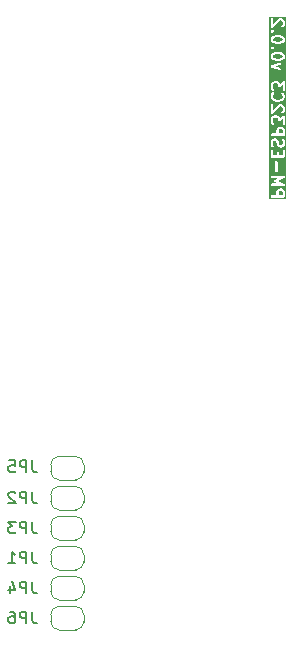
<source format=gbr>
%TF.GenerationSoftware,KiCad,Pcbnew,8.0.3-8.0.3-0~ubuntu22.04.1*%
%TF.CreationDate,2024-10-22T15:42:06+03:00*%
%TF.ProjectId,PM-ESPC3,504d2d45-5350-4433-932e-6b696361645f,rev?*%
%TF.SameCoordinates,Original*%
%TF.FileFunction,Legend,Bot*%
%TF.FilePolarity,Positive*%
%FSLAX46Y46*%
G04 Gerber Fmt 4.6, Leading zero omitted, Abs format (unit mm)*
G04 Created by KiCad (PCBNEW 8.0.3-8.0.3-0~ubuntu22.04.1) date 2024-10-22 15:42:06*
%MOMM*%
%LPD*%
G01*
G04 APERTURE LIST*
G04 Aperture macros list*
%AMFreePoly0*
4,1,19,0.500000,-0.750000,0.000000,-0.750000,0.000000,-0.744911,-0.071157,-0.744911,-0.207708,-0.704816,-0.327430,-0.627875,-0.420627,-0.520320,-0.479746,-0.390866,-0.500000,-0.250000,-0.500000,0.250000,-0.479746,0.390866,-0.420627,0.520320,-0.327430,0.627875,-0.207708,0.704816,-0.071157,0.744911,0.000000,0.744911,0.000000,0.750000,0.500000,0.750000,0.500000,-0.750000,0.500000,-0.750000,
$1*%
%AMFreePoly1*
4,1,19,0.000000,0.744911,0.071157,0.744911,0.207708,0.704816,0.327430,0.627875,0.420627,0.520320,0.479746,0.390866,0.500000,0.250000,0.500000,-0.250000,0.479746,-0.390866,0.420627,-0.520320,0.327430,-0.627875,0.207708,-0.704816,0.071157,-0.744911,0.000000,-0.744911,0.000000,-0.750000,-0.500000,-0.750000,-0.500000,0.750000,0.000000,0.750000,0.000000,0.744911,0.000000,0.744911,
$1*%
G04 Aperture macros list end*
%ADD10C,0.200000*%
%ADD11C,0.150000*%
%ADD12C,0.120000*%
%ADD13R,1.500000X1.500000*%
%ADD14C,1.500000*%
%ADD15O,1.000000X1.700000*%
%ADD16C,2.200000*%
%ADD17C,3.200000*%
%ADD18C,1.650000*%
%ADD19C,1.000000*%
%ADD20C,1.700000*%
%ADD21C,2.500000*%
%ADD22C,2.400000*%
%ADD23FreePoly0,180.000000*%
%ADD24FreePoly1,180.000000*%
G04 APERTURE END LIST*
D10*
G36*
X13091138Y5668005D02*
G01*
X13116915Y5643343D01*
X13147881Y5583704D01*
X13149128Y5323626D01*
X12823495Y5323012D01*
X12822269Y5578451D01*
X12851205Y5638598D01*
X12875867Y5664375D01*
X12935798Y5695492D01*
X13031645Y5696626D01*
X13091138Y5668005D01*
G37*
G36*
X13091138Y10906100D02*
G01*
X13116915Y10881438D01*
X13147881Y10821799D01*
X13149128Y10561721D01*
X12823495Y10561107D01*
X12822269Y10816546D01*
X12851205Y10876693D01*
X12875867Y10902470D01*
X12935798Y10933587D01*
X13031645Y10934721D01*
X13091138Y10906100D01*
G37*
G36*
X13016117Y17227906D02*
G01*
X13091138Y17191815D01*
X13116915Y17167153D01*
X13148140Y17107014D01*
X13148952Y17058549D01*
X13120544Y16999499D01*
X13095886Y16973726D01*
X13028326Y16938648D01*
X12860867Y16895196D01*
X12647376Y16893604D01*
X12479443Y16934003D01*
X12404420Y16970095D01*
X12378644Y16994755D01*
X12347419Y17054895D01*
X12346607Y17103360D01*
X12375014Y17162407D01*
X12399677Y17188185D01*
X12467232Y17223261D01*
X12634693Y17266713D01*
X12848183Y17268305D01*
X13016117Y17227906D01*
G37*
G36*
X13016117Y18656477D02*
G01*
X13091138Y18620386D01*
X13116915Y18595724D01*
X13148140Y18535585D01*
X13148952Y18487120D01*
X13120544Y18428070D01*
X13095886Y18402297D01*
X13028326Y18367219D01*
X12860867Y18323767D01*
X12647376Y18322175D01*
X12479443Y18362574D01*
X12404420Y18398666D01*
X12378644Y18423326D01*
X12347419Y18483466D01*
X12346607Y18531931D01*
X12375014Y18590978D01*
X12399677Y18616756D01*
X12467232Y18651832D01*
X12634693Y18695284D01*
X12848183Y18696876D01*
X13016117Y18656477D01*
G37*
G36*
X13458891Y5012700D02*
G01*
X12036669Y5012700D01*
X12036669Y5243320D01*
X12149701Y5243320D01*
X12149701Y5204302D01*
X12164633Y5168254D01*
X12192223Y5140664D01*
X12228271Y5125732D01*
X12247780Y5123811D01*
X13267289Y5125732D01*
X13303337Y5140664D01*
X13330927Y5168254D01*
X13345859Y5204302D01*
X13347780Y5223811D01*
X13346026Y5589351D01*
X13346995Y5592256D01*
X13345941Y5607081D01*
X13345859Y5624272D01*
X13344483Y5627593D01*
X13344229Y5631176D01*
X13337223Y5649485D01*
X13287880Y5744519D01*
X13283308Y5755559D01*
X13280152Y5759405D01*
X13279161Y5761313D01*
X13277163Y5763046D01*
X13270871Y5770712D01*
X13220770Y5818644D01*
X13213853Y5826620D01*
X13209703Y5829233D01*
X13208099Y5830767D01*
X13205659Y5831778D01*
X13197263Y5837063D01*
X13114245Y5877002D01*
X13112861Y5878386D01*
X13102111Y5882839D01*
X13083717Y5891688D01*
X13080133Y5891943D01*
X13076813Y5893318D01*
X13057304Y5895239D01*
X12929147Y5893723D01*
X12926954Y5894454D01*
X12914171Y5893546D01*
X12894938Y5893318D01*
X12891617Y5891943D01*
X12888034Y5891688D01*
X12869725Y5884682D01*
X12774691Y5835340D01*
X12763651Y5830767D01*
X12759805Y5827612D01*
X12757897Y5826620D01*
X12756164Y5824623D01*
X12748498Y5818330D01*
X12700566Y5768230D01*
X12692590Y5761312D01*
X12689977Y5757163D01*
X12688443Y5755558D01*
X12687432Y5753119D01*
X12682147Y5744722D01*
X12642208Y5661705D01*
X12640824Y5660320D01*
X12636371Y5649571D01*
X12627522Y5631176D01*
X12627267Y5627593D01*
X12625892Y5624272D01*
X12623971Y5604763D01*
X12625324Y5322639D01*
X12228271Y5321890D01*
X12192223Y5306958D01*
X12164633Y5279368D01*
X12149701Y5243320D01*
X12036669Y5243320D01*
X12036669Y6909986D01*
X12149701Y6909986D01*
X12149701Y6870968D01*
X12164633Y6834920D01*
X12192223Y6807330D01*
X12228271Y6792398D01*
X12247780Y6790477D01*
X12801769Y6791521D01*
X12495331Y6647629D01*
X12481643Y6642650D01*
X12478393Y6639675D01*
X12474340Y6637771D01*
X12464076Y6626563D01*
X12452868Y6616299D01*
X12450988Y6612272D01*
X12447989Y6608996D01*
X12442797Y6594720D01*
X12436367Y6580941D01*
X12436171Y6576501D01*
X12434654Y6572327D01*
X12435321Y6557144D01*
X12434654Y6541961D01*
X12436171Y6537788D01*
X12436367Y6533347D01*
X12442797Y6519569D01*
X12447989Y6505292D01*
X12450988Y6502017D01*
X12452868Y6497989D01*
X12464076Y6487726D01*
X12474340Y6476517D01*
X12479933Y6473204D01*
X12481643Y6471638D01*
X12484060Y6470759D01*
X12491206Y6466526D01*
X12800747Y6322969D01*
X12228271Y6321890D01*
X12192223Y6306958D01*
X12164633Y6279368D01*
X12149701Y6243320D01*
X12149701Y6204302D01*
X12164633Y6168254D01*
X12192223Y6140664D01*
X12228271Y6125732D01*
X12247780Y6123811D01*
X13246514Y6125693D01*
X13262963Y6124970D01*
X13265046Y6125728D01*
X13267289Y6125732D01*
X13283319Y6132373D01*
X13299632Y6138304D01*
X13301277Y6139811D01*
X13303337Y6140664D01*
X13315598Y6152926D01*
X13328408Y6164656D01*
X13329352Y6166680D01*
X13330927Y6168254D01*
X13337561Y6184270D01*
X13344908Y6200013D01*
X13345005Y6202243D01*
X13345859Y6204302D01*
X13345859Y6221654D01*
X13346621Y6238994D01*
X13345859Y6241090D01*
X13345859Y6243320D01*
X13339218Y6259351D01*
X13333287Y6275663D01*
X13331780Y6277309D01*
X13330927Y6279368D01*
X13318659Y6291636D01*
X13306935Y6304438D01*
X13304290Y6306005D01*
X13303337Y6306958D01*
X13301155Y6307862D01*
X13290069Y6314429D01*
X12767750Y6556667D01*
X13288330Y6801114D01*
X13303337Y6807330D01*
X13304902Y6808896D01*
X13306935Y6809850D01*
X13318659Y6822653D01*
X13330927Y6834920D01*
X13331780Y6836980D01*
X13333287Y6838625D01*
X13339218Y6854938D01*
X13345859Y6870968D01*
X13345859Y6873199D01*
X13346621Y6875294D01*
X13345859Y6892635D01*
X13345859Y6909986D01*
X13345005Y6912046D01*
X13344908Y6914275D01*
X13337561Y6930019D01*
X13330927Y6946034D01*
X13329352Y6947609D01*
X13328408Y6949632D01*
X13315598Y6961363D01*
X13303337Y6973624D01*
X13301277Y6974478D01*
X13299632Y6975984D01*
X13283319Y6981916D01*
X13267289Y6988556D01*
X13264230Y6988858D01*
X13262963Y6989318D01*
X13260603Y6989215D01*
X13247780Y6990477D01*
X12228271Y6988556D01*
X12192223Y6973624D01*
X12164633Y6946034D01*
X12149701Y6909986D01*
X12036669Y6909986D01*
X12036669Y8128572D01*
X12528733Y8128572D01*
X12530654Y7347159D01*
X12545586Y7311111D01*
X12573176Y7283521D01*
X12609224Y7268589D01*
X12648242Y7268589D01*
X12684290Y7283521D01*
X12711880Y7311111D01*
X12726812Y7347159D01*
X12728733Y7366668D01*
X12726812Y8148081D01*
X12711880Y8184129D01*
X12684290Y8211719D01*
X12648242Y8226651D01*
X12609224Y8226651D01*
X12573176Y8211719D01*
X12545586Y8184129D01*
X12530654Y8148081D01*
X12528733Y8128572D01*
X12036669Y8128572D01*
X12036669Y9080953D01*
X12147780Y9080953D01*
X12149701Y8585254D01*
X12164633Y8549206D01*
X12192223Y8521616D01*
X12228271Y8506684D01*
X12247780Y8504763D01*
X13267289Y8506684D01*
X13303337Y8521616D01*
X13330927Y8549206D01*
X13345859Y8585254D01*
X13347780Y8604763D01*
X13345859Y9100462D01*
X13330927Y9136510D01*
X13303337Y9164100D01*
X13267289Y9179032D01*
X13228271Y9179032D01*
X13192223Y9164100D01*
X13164633Y9136510D01*
X13149701Y9100462D01*
X13147780Y9080953D01*
X13149238Y8704578D01*
X12871049Y8704054D01*
X12869669Y8957605D01*
X12854737Y8993653D01*
X12827147Y9021243D01*
X12791099Y9036175D01*
X12752081Y9036175D01*
X12716033Y9021243D01*
X12688443Y8993653D01*
X12673511Y8957605D01*
X12671590Y8938096D01*
X12672866Y8703680D01*
X12347399Y8703067D01*
X12345859Y9100462D01*
X12330927Y9136510D01*
X12303337Y9164100D01*
X12267289Y9179032D01*
X12228271Y9179032D01*
X12192223Y9164100D01*
X12164633Y9136510D01*
X12149701Y9100462D01*
X12147780Y9080953D01*
X12036669Y9080953D01*
X12036669Y9842858D01*
X12147780Y9842858D01*
X12149545Y9606057D01*
X12148565Y9592255D01*
X12149685Y9587328D01*
X12149701Y9585254D01*
X12150712Y9582813D01*
X12152912Y9573140D01*
X12208524Y9412382D01*
X12234089Y9382906D01*
X12268988Y9365457D01*
X12307908Y9362691D01*
X12344924Y9375030D01*
X12374400Y9400595D01*
X12391849Y9435494D01*
X12394615Y9474414D01*
X12390268Y9493529D01*
X12347691Y9616605D01*
X12346198Y9816796D01*
X12375014Y9876692D01*
X12399677Y9902470D01*
X12459816Y9933695D01*
X12508281Y9934507D01*
X12567329Y9906100D01*
X12593106Y9881438D01*
X12628182Y9813883D01*
X12674461Y9635525D01*
X12675141Y9625969D01*
X12680732Y9611357D01*
X12681171Y9609668D01*
X12681601Y9609088D01*
X12682147Y9607661D01*
X12731487Y9512632D01*
X12736062Y9501587D01*
X12739218Y9497741D01*
X12740209Y9495833D01*
X12742203Y9494104D01*
X12748498Y9486433D01*
X12798600Y9438500D01*
X12805516Y9430525D01*
X12809665Y9427914D01*
X12811270Y9426378D01*
X12813710Y9425368D01*
X12822107Y9420082D01*
X12905124Y9380144D01*
X12906509Y9378759D01*
X12917258Y9374307D01*
X12935653Y9365457D01*
X12939236Y9365203D01*
X12942557Y9363827D01*
X12962066Y9361906D01*
X13043083Y9363263D01*
X13044797Y9362691D01*
X13055841Y9363476D01*
X13076813Y9363827D01*
X13080133Y9365203D01*
X13083717Y9365457D01*
X13102025Y9372463D01*
X13197054Y9421804D01*
X13208099Y9426378D01*
X13211945Y9429535D01*
X13213853Y9430525D01*
X13215582Y9432520D01*
X13223253Y9438814D01*
X13271186Y9488917D01*
X13279161Y9495832D01*
X13281772Y9499982D01*
X13283308Y9501586D01*
X13284318Y9504027D01*
X13289604Y9512423D01*
X13329542Y9595441D01*
X13330927Y9596825D01*
X13335379Y9607575D01*
X13344229Y9625969D01*
X13344483Y9629553D01*
X13345859Y9632873D01*
X13347780Y9652382D01*
X13346014Y9889184D01*
X13346995Y9902985D01*
X13345874Y9907913D01*
X13345859Y9909986D01*
X13344847Y9912428D01*
X13342648Y9922100D01*
X13287038Y10082857D01*
X13261473Y10112333D01*
X13226574Y10129783D01*
X13187654Y10132549D01*
X13150638Y10120211D01*
X13121162Y10094646D01*
X13103712Y10059747D01*
X13100946Y10020827D01*
X13105293Y10001711D01*
X13147868Y9878635D01*
X13149361Y9678446D01*
X13120544Y9618546D01*
X13095886Y9592773D01*
X13035743Y9561546D01*
X12987279Y9560734D01*
X12928229Y9589142D01*
X12902456Y9613800D01*
X12867378Y9681360D01*
X12821099Y9859716D01*
X12820420Y9869271D01*
X12814827Y9883887D01*
X12814390Y9885572D01*
X12813960Y9886152D01*
X12813414Y9887580D01*
X12764071Y9982614D01*
X12759499Y9993654D01*
X12756343Y9997500D01*
X12755352Y9999408D01*
X12753354Y10001141D01*
X12747062Y10008807D01*
X12696961Y10056739D01*
X12690044Y10064715D01*
X12685894Y10067328D01*
X12684290Y10068862D01*
X12681850Y10069873D01*
X12673454Y10075158D01*
X12590436Y10115097D01*
X12589052Y10116481D01*
X12578302Y10120934D01*
X12559908Y10129783D01*
X12556324Y10130038D01*
X12553004Y10131413D01*
X12533495Y10133334D01*
X12452477Y10131978D01*
X12450764Y10132549D01*
X12439719Y10131765D01*
X12418748Y10131413D01*
X12415427Y10130038D01*
X12411844Y10129783D01*
X12393535Y10122777D01*
X12298501Y10073435D01*
X12287461Y10068862D01*
X12283615Y10065707D01*
X12281707Y10064715D01*
X12279974Y10062718D01*
X12272308Y10056425D01*
X12224380Y10006330D01*
X12216401Y9999409D01*
X12213787Y9995258D01*
X12212253Y9993653D01*
X12211242Y9991214D01*
X12205958Y9982818D01*
X12166018Y9899801D01*
X12164633Y9898415D01*
X12160181Y9887669D01*
X12151331Y9869272D01*
X12151076Y9865687D01*
X12149701Y9862367D01*
X12147780Y9842858D01*
X12036669Y9842858D01*
X12036669Y10481415D01*
X12149701Y10481415D01*
X12149701Y10442397D01*
X12164633Y10406349D01*
X12192223Y10378759D01*
X12228271Y10363827D01*
X12247780Y10361906D01*
X13267289Y10363827D01*
X13303337Y10378759D01*
X13330927Y10406349D01*
X13345859Y10442397D01*
X13347780Y10461906D01*
X13346026Y10827446D01*
X13346995Y10830351D01*
X13345941Y10845176D01*
X13345859Y10862367D01*
X13344483Y10865688D01*
X13344229Y10869271D01*
X13337223Y10887580D01*
X13287880Y10982614D01*
X13283308Y10993654D01*
X13280152Y10997500D01*
X13279161Y10999408D01*
X13277163Y11001141D01*
X13270871Y11008807D01*
X13220770Y11056739D01*
X13213853Y11064715D01*
X13209703Y11067328D01*
X13208099Y11068862D01*
X13205659Y11069873D01*
X13197263Y11075158D01*
X13114245Y11115097D01*
X13112861Y11116481D01*
X13102111Y11120934D01*
X13083717Y11129783D01*
X13080133Y11130038D01*
X13076813Y11131413D01*
X13057304Y11133334D01*
X12929147Y11131818D01*
X12926954Y11132549D01*
X12914171Y11131641D01*
X12894938Y11131413D01*
X12891617Y11130038D01*
X12888034Y11129783D01*
X12869725Y11122777D01*
X12774691Y11073435D01*
X12763651Y11068862D01*
X12759805Y11065707D01*
X12757897Y11064715D01*
X12756164Y11062718D01*
X12748498Y11056425D01*
X12700566Y11006325D01*
X12692590Y10999407D01*
X12689977Y10995258D01*
X12688443Y10993653D01*
X12687432Y10991214D01*
X12682147Y10982817D01*
X12642208Y10899800D01*
X12640824Y10898415D01*
X12636371Y10887666D01*
X12627522Y10869271D01*
X12627267Y10865688D01*
X12625892Y10862367D01*
X12623971Y10842858D01*
X12625324Y10560734D01*
X12228271Y10559985D01*
X12192223Y10545053D01*
X12164633Y10517463D01*
X12149701Y10481415D01*
X12036669Y10481415D01*
X12036669Y11795239D01*
X12147780Y11795239D01*
X12149482Y11524783D01*
X12148565Y11522031D01*
X12149590Y11507605D01*
X12149701Y11490016D01*
X12151076Y11486697D01*
X12151331Y11483111D01*
X12158338Y11464803D01*
X12207678Y11369774D01*
X12212253Y11358730D01*
X12215409Y11354884D01*
X12216401Y11352974D01*
X12218397Y11351243D01*
X12224689Y11343576D01*
X12287461Y11283521D01*
X12323510Y11268590D01*
X12362528Y11268590D01*
X12398576Y11283521D01*
X12426166Y11311111D01*
X12441097Y11347159D01*
X12441097Y11386177D01*
X12426166Y11422226D01*
X12413729Y11437379D01*
X12378644Y11470945D01*
X12347647Y11530646D01*
X12346146Y11769068D01*
X12375014Y11829073D01*
X12399677Y11854851D01*
X12459425Y11885873D01*
X12650288Y11887297D01*
X12710186Y11858481D01*
X12735963Y11833819D01*
X12767080Y11773888D01*
X12768520Y11652211D01*
X12767669Y11639440D01*
X12768707Y11636369D01*
X12768749Y11632873D01*
X12774964Y11617868D01*
X12780169Y11602479D01*
X12782390Y11599940D01*
X12783681Y11596825D01*
X12795165Y11585341D01*
X12805863Y11573115D01*
X12808886Y11571620D01*
X12811271Y11569235D01*
X12826277Y11563019D01*
X12840838Y11555818D01*
X12844203Y11555594D01*
X12847319Y11554303D01*
X12863567Y11554303D01*
X12879770Y11553223D01*
X12882963Y11554303D01*
X12886337Y11554303D01*
X12901342Y11560519D01*
X12916731Y11565723D01*
X12920621Y11568505D01*
X12922385Y11569235D01*
X12924244Y11571095D01*
X12932678Y11577124D01*
X13148437Y11767310D01*
X13149701Y11347159D01*
X13164633Y11311111D01*
X13192223Y11283521D01*
X13228271Y11268589D01*
X13267289Y11268589D01*
X13303337Y11283521D01*
X13330927Y11311111D01*
X13345859Y11347159D01*
X13347780Y11366668D01*
X13345924Y11983438D01*
X13346939Y11998657D01*
X13345869Y12001821D01*
X13345859Y12005224D01*
X13339644Y12020228D01*
X13334439Y12035619D01*
X13332216Y12038159D01*
X13330927Y12041272D01*
X13319449Y12052750D01*
X13308745Y12064983D01*
X13305720Y12066479D01*
X13303337Y12068862D01*
X13288335Y12075077D01*
X13273770Y12082279D01*
X13270404Y12082504D01*
X13267289Y12083794D01*
X13251041Y12083794D01*
X13234838Y12084874D01*
X13231645Y12083794D01*
X13228271Y12083794D01*
X13213265Y12077579D01*
X13197877Y12072374D01*
X13193986Y12069593D01*
X13192223Y12068862D01*
X13190363Y12067003D01*
X13181930Y12060973D01*
X12948399Y11855122D01*
X12906928Y11934995D01*
X12902356Y11946035D01*
X12899200Y11949881D01*
X12898209Y11951789D01*
X12896211Y11953522D01*
X12889919Y11961188D01*
X12839818Y12009120D01*
X12832901Y12017096D01*
X12828751Y12019709D01*
X12827147Y12021243D01*
X12824707Y12022254D01*
X12816311Y12027539D01*
X12733293Y12067478D01*
X12731909Y12068862D01*
X12721159Y12073315D01*
X12702765Y12082164D01*
X12699181Y12082419D01*
X12695861Y12083794D01*
X12676352Y12085715D01*
X12453396Y12084053D01*
X12450764Y12084930D01*
X12436658Y12083928D01*
X12418748Y12083794D01*
X12415427Y12082419D01*
X12411844Y12082164D01*
X12393535Y12075158D01*
X12298501Y12025816D01*
X12287461Y12021243D01*
X12283615Y12018088D01*
X12281707Y12017096D01*
X12279974Y12015099D01*
X12272308Y12008806D01*
X12224380Y11958711D01*
X12216401Y11951790D01*
X12213787Y11947639D01*
X12212253Y11946034D01*
X12211242Y11943595D01*
X12205958Y11935199D01*
X12166018Y11852182D01*
X12164633Y11850796D01*
X12160181Y11840050D01*
X12151331Y11821653D01*
X12151076Y11818068D01*
X12149701Y11814748D01*
X12147780Y11795239D01*
X12036669Y11795239D01*
X12036669Y12938096D01*
X12147780Y12938096D01*
X12149701Y12299540D01*
X12164633Y12263492D01*
X12192223Y12235902D01*
X12228271Y12220970D01*
X12267289Y12220970D01*
X12303337Y12235902D01*
X12318491Y12248338D01*
X12869736Y12802149D01*
X12974242Y12838300D01*
X13032090Y12839269D01*
X13091138Y12810862D01*
X13116915Y12786200D01*
X13147937Y12726452D01*
X13149361Y12535589D01*
X13120544Y12475689D01*
X13069395Y12422225D01*
X13054463Y12386177D01*
X13054463Y12347159D01*
X13069395Y12311111D01*
X13096985Y12283521D01*
X13133033Y12268589D01*
X13172051Y12268589D01*
X13208099Y12283521D01*
X13223253Y12295957D01*
X13271186Y12346060D01*
X13279161Y12352975D01*
X13281772Y12357125D01*
X13283308Y12358729D01*
X13284318Y12361170D01*
X13289604Y12369566D01*
X13329542Y12452584D01*
X13330927Y12453968D01*
X13335379Y12464718D01*
X13344229Y12483112D01*
X13344483Y12486696D01*
X13345859Y12490016D01*
X13347780Y12509525D01*
X13346117Y12732481D01*
X13346995Y12735113D01*
X13345992Y12749219D01*
X13345859Y12767129D01*
X13344483Y12770450D01*
X13344229Y12774033D01*
X13337223Y12792342D01*
X13287880Y12887376D01*
X13283308Y12898416D01*
X13280152Y12902262D01*
X13279161Y12904170D01*
X13277163Y12905903D01*
X13270871Y12913569D01*
X13220770Y12961501D01*
X13213853Y12969477D01*
X13209703Y12972090D01*
X13208099Y12973624D01*
X13205659Y12974635D01*
X13197263Y12979920D01*
X13114245Y13019859D01*
X13112861Y13021243D01*
X13102111Y13025696D01*
X13083717Y13034545D01*
X13080133Y13034800D01*
X13076813Y13036175D01*
X13057304Y13038096D01*
X12961160Y13036487D01*
X12949558Y13037311D01*
X12944722Y13036212D01*
X12942557Y13036175D01*
X12940115Y13035164D01*
X12930443Y13032964D01*
X12802069Y12988556D01*
X12799700Y12988556D01*
X12787703Y12983587D01*
X12769686Y12977354D01*
X12766970Y12974999D01*
X12763652Y12973624D01*
X12748498Y12961188D01*
X12347061Y12557884D01*
X12345859Y12957605D01*
X12330927Y12993653D01*
X12303337Y13021243D01*
X12267289Y13036175D01*
X12228271Y13036175D01*
X12192223Y13021243D01*
X12164633Y12993653D01*
X12149701Y12957605D01*
X12147780Y12938096D01*
X12036669Y12938096D01*
X12036669Y13747620D01*
X12147780Y13747620D01*
X12149389Y13651477D01*
X12148565Y13639874D01*
X12149664Y13635039D01*
X12149701Y13632873D01*
X12150712Y13630432D01*
X12152912Y13620759D01*
X12197321Y13492386D01*
X12197321Y13490016D01*
X12202293Y13478013D01*
X12208524Y13460001D01*
X12210878Y13457287D01*
X12212253Y13453968D01*
X12224689Y13438814D01*
X12321073Y13344803D01*
X12329326Y13335287D01*
X12333564Y13332620D01*
X12335081Y13331140D01*
X12337518Y13330131D01*
X12345917Y13324844D01*
X12436188Y13281416D01*
X12443162Y13276249D01*
X12457796Y13271021D01*
X12459463Y13270219D01*
X12460183Y13270168D01*
X12461622Y13269654D01*
X12646934Y13225075D01*
X12656843Y13220970D01*
X12668952Y13219778D01*
X12671491Y13219167D01*
X12672949Y13219385D01*
X12676352Y13219049D01*
X12813925Y13220677D01*
X12824070Y13219167D01*
X12836048Y13220939D01*
X12838718Y13220970D01*
X12840081Y13221535D01*
X12843463Y13222035D01*
X13026542Y13269540D01*
X13036098Y13270219D01*
X13050710Y13275811D01*
X13052399Y13276249D01*
X13052979Y13276680D01*
X13054406Y13277225D01*
X13149435Y13326566D01*
X13160480Y13331140D01*
X13164326Y13334297D01*
X13166234Y13335287D01*
X13167963Y13337282D01*
X13175634Y13343576D01*
X13259462Y13429521D01*
X13261473Y13430526D01*
X13269738Y13440056D01*
X13283308Y13453968D01*
X13284682Y13457287D01*
X13287038Y13460002D01*
X13295029Y13477902D01*
X13340935Y13620987D01*
X13345859Y13632873D01*
X13346350Y13637866D01*
X13346995Y13639874D01*
X13346807Y13642509D01*
X13347780Y13652382D01*
X13346170Y13748526D01*
X13346995Y13760128D01*
X13345895Y13764964D01*
X13345859Y13767129D01*
X13344847Y13769571D01*
X13342648Y13779243D01*
X13298239Y13907621D01*
X13298239Y13909986D01*
X13293273Y13921976D01*
X13287038Y13940000D01*
X13284682Y13942716D01*
X13283308Y13946035D01*
X13270871Y13961188D01*
X13208099Y14021243D01*
X13172051Y14036175D01*
X13133033Y14036175D01*
X13096985Y14021243D01*
X13069395Y13993653D01*
X13054463Y13957605D01*
X13054463Y13918587D01*
X13069395Y13882539D01*
X13081831Y13867385D01*
X13112487Y13838056D01*
X13147983Y13735444D01*
X13149046Y13671957D01*
X13114801Y13565218D01*
X13049314Y13498078D01*
X12980707Y13462457D01*
X12813142Y13418978D01*
X12694334Y13417572D01*
X12527062Y13457812D01*
X12452392Y13493734D01*
X12383386Y13561042D01*
X12347576Y13664558D01*
X12346513Y13728045D01*
X12380901Y13835226D01*
X12426166Y13882538D01*
X12441097Y13918587D01*
X12441097Y13957605D01*
X12426166Y13993653D01*
X12398576Y14021243D01*
X12362528Y14036174D01*
X12323510Y14036174D01*
X12287461Y14021243D01*
X12272308Y14008806D01*
X12235224Y13970045D01*
X12234089Y13969477D01*
X12228342Y13962852D01*
X12212253Y13946034D01*
X12210878Y13942716D01*
X12208524Y13940001D01*
X12200532Y13922101D01*
X12154625Y13779017D01*
X12149701Y13767129D01*
X12149209Y13762137D01*
X12148565Y13760128D01*
X12148752Y13757494D01*
X12147780Y13747620D01*
X12036669Y13747620D01*
X12036669Y14700001D01*
X12147780Y14700001D01*
X12149482Y14429545D01*
X12148565Y14426793D01*
X12149590Y14412367D01*
X12149701Y14394778D01*
X12151076Y14391459D01*
X12151331Y14387873D01*
X12158338Y14369565D01*
X12207678Y14274536D01*
X12212253Y14263492D01*
X12215409Y14259646D01*
X12216401Y14257736D01*
X12218397Y14256005D01*
X12224689Y14248338D01*
X12287461Y14188283D01*
X12323510Y14173352D01*
X12362528Y14173352D01*
X12398576Y14188283D01*
X12426166Y14215873D01*
X12441097Y14251921D01*
X12441097Y14290939D01*
X12426166Y14326988D01*
X12413729Y14342141D01*
X12378644Y14375707D01*
X12347647Y14435408D01*
X12346146Y14673830D01*
X12375014Y14733835D01*
X12399677Y14759613D01*
X12459425Y14790635D01*
X12650288Y14792059D01*
X12710186Y14763243D01*
X12735963Y14738581D01*
X12767080Y14678650D01*
X12768520Y14556973D01*
X12767669Y14544202D01*
X12768707Y14541131D01*
X12768749Y14537635D01*
X12774964Y14522630D01*
X12780169Y14507241D01*
X12782390Y14504702D01*
X12783681Y14501587D01*
X12795165Y14490103D01*
X12805863Y14477877D01*
X12808886Y14476382D01*
X12811271Y14473997D01*
X12826277Y14467781D01*
X12840838Y14460580D01*
X12844203Y14460356D01*
X12847319Y14459065D01*
X12863567Y14459065D01*
X12879770Y14457985D01*
X12882963Y14459065D01*
X12886337Y14459065D01*
X12901342Y14465281D01*
X12916731Y14470485D01*
X12920621Y14473267D01*
X12922385Y14473997D01*
X12924244Y14475857D01*
X12932678Y14481886D01*
X13148437Y14672072D01*
X13149701Y14251921D01*
X13164633Y14215873D01*
X13192223Y14188283D01*
X13228271Y14173351D01*
X13267289Y14173351D01*
X13303337Y14188283D01*
X13330927Y14215873D01*
X13345859Y14251921D01*
X13347780Y14271430D01*
X13345924Y14888200D01*
X13346939Y14903419D01*
X13345869Y14906583D01*
X13345859Y14909986D01*
X13339644Y14924990D01*
X13334439Y14940381D01*
X13332216Y14942921D01*
X13330927Y14946034D01*
X13319449Y14957512D01*
X13308745Y14969745D01*
X13305720Y14971241D01*
X13303337Y14973624D01*
X13288335Y14979839D01*
X13273770Y14987041D01*
X13270404Y14987266D01*
X13267289Y14988556D01*
X13251041Y14988556D01*
X13234838Y14989636D01*
X13231645Y14988556D01*
X13228271Y14988556D01*
X13213265Y14982341D01*
X13197877Y14977136D01*
X13193986Y14974355D01*
X13192223Y14973624D01*
X13190363Y14971765D01*
X13181930Y14965735D01*
X12948399Y14759884D01*
X12906928Y14839757D01*
X12902356Y14850797D01*
X12899200Y14854643D01*
X12898209Y14856551D01*
X12896211Y14858284D01*
X12889919Y14865950D01*
X12839818Y14913882D01*
X12832901Y14921858D01*
X12828751Y14924471D01*
X12827147Y14926005D01*
X12824707Y14927016D01*
X12816311Y14932301D01*
X12733293Y14972240D01*
X12731909Y14973624D01*
X12721159Y14978077D01*
X12702765Y14986926D01*
X12699181Y14987181D01*
X12695861Y14988556D01*
X12676352Y14990477D01*
X12453396Y14988815D01*
X12450764Y14989692D01*
X12436658Y14988690D01*
X12418748Y14988556D01*
X12415427Y14987181D01*
X12411844Y14986926D01*
X12393535Y14979920D01*
X12298501Y14930578D01*
X12287461Y14926005D01*
X12283615Y14922850D01*
X12281707Y14921858D01*
X12279974Y14919861D01*
X12272308Y14913568D01*
X12224380Y14863473D01*
X12216401Y14856552D01*
X12213787Y14852401D01*
X12212253Y14850796D01*
X12211242Y14848357D01*
X12205958Y14839961D01*
X12166018Y14756944D01*
X12164633Y14755558D01*
X12160181Y14744812D01*
X12151331Y14726415D01*
X12151076Y14722830D01*
X12149701Y14719510D01*
X12147780Y14700001D01*
X12036669Y14700001D01*
X12036669Y16238426D01*
X12148853Y16238426D01*
X12149579Y16223811D01*
X12148853Y16209196D01*
X12150541Y16204468D01*
X12150791Y16199456D01*
X12157052Y16186238D01*
X12161976Y16172451D01*
X12165346Y16168729D01*
X12167494Y16164194D01*
X12178342Y16154374D01*
X12188163Y16143525D01*
X12192697Y16141378D01*
X12196420Y16138007D01*
X12214146Y16129637D01*
X12899832Y15886789D01*
X12938802Y15888727D01*
X12974064Y15905430D01*
X13000250Y15934356D01*
X13013373Y15971101D01*
X13011436Y16010071D01*
X12994732Y16045333D01*
X12965807Y16071520D01*
X12948080Y16079890D01*
X12542323Y16223597D01*
X12965807Y16376102D01*
X12994732Y16402289D01*
X13011436Y16437551D01*
X13013373Y16476521D01*
X13000250Y16513266D01*
X12974064Y16542192D01*
X12938802Y16558895D01*
X12899832Y16560833D01*
X12880813Y16556080D01*
X12228128Y16321034D01*
X12223425Y16320800D01*
X12210569Y16314711D01*
X12196420Y16309615D01*
X12192697Y16306245D01*
X12188163Y16304097D01*
X12178342Y16293249D01*
X12167494Y16283428D01*
X12165346Y16278894D01*
X12161976Y16275171D01*
X12157052Y16261385D01*
X12150791Y16248166D01*
X12150541Y16243155D01*
X12148853Y16238426D01*
X12036669Y16238426D01*
X12036669Y17128573D01*
X12147780Y17128573D01*
X12149136Y17047556D01*
X12148565Y17045841D01*
X12149349Y17034797D01*
X12149701Y17013826D01*
X12151076Y17010507D01*
X12151331Y17006921D01*
X12158338Y16988613D01*
X12207678Y16893584D01*
X12212253Y16882540D01*
X12215409Y16878694D01*
X12216401Y16876784D01*
X12218397Y16875053D01*
X12224689Y16867386D01*
X12274791Y16819453D01*
X12281707Y16811478D01*
X12285856Y16808867D01*
X12287461Y16807331D01*
X12289901Y16806321D01*
X12298298Y16801035D01*
X12388569Y16757607D01*
X12395543Y16752440D01*
X12410177Y16747212D01*
X12411844Y16746410D01*
X12412564Y16746359D01*
X12414003Y16745845D01*
X12599315Y16701266D01*
X12609224Y16697161D01*
X12621333Y16695969D01*
X12623872Y16695358D01*
X12625330Y16695576D01*
X12628733Y16695240D01*
X12860850Y16696971D01*
X12871689Y16695358D01*
X12883750Y16697142D01*
X12886337Y16697161D01*
X12887700Y16697726D01*
X12891082Y16698226D01*
X13074161Y16745731D01*
X13083717Y16746410D01*
X13098329Y16752002D01*
X13100018Y16752440D01*
X13100598Y16752871D01*
X13102025Y16753416D01*
X13197054Y16802757D01*
X13208099Y16807331D01*
X13211945Y16810488D01*
X13213853Y16811478D01*
X13215582Y16813473D01*
X13223253Y16819767D01*
X13271186Y16869870D01*
X13279161Y16876785D01*
X13281772Y16880935D01*
X13283308Y16882539D01*
X13284318Y16884980D01*
X13289604Y16893376D01*
X13329542Y16976394D01*
X13330927Y16977778D01*
X13335379Y16988528D01*
X13344229Y17006922D01*
X13344483Y17010506D01*
X13345859Y17013826D01*
X13347780Y17033335D01*
X13346423Y17114353D01*
X13346995Y17116066D01*
X13346210Y17127111D01*
X13345859Y17148082D01*
X13344483Y17151403D01*
X13344229Y17154986D01*
X13337223Y17173295D01*
X13287880Y17268329D01*
X13283308Y17279369D01*
X13280152Y17283215D01*
X13279161Y17285123D01*
X13277163Y17286856D01*
X13270871Y17294522D01*
X13220770Y17342454D01*
X13213853Y17350430D01*
X13209703Y17353043D01*
X13208099Y17354577D01*
X13205659Y17355588D01*
X13197263Y17360873D01*
X13106991Y17404302D01*
X13100018Y17409468D01*
X13085385Y17414696D01*
X13083717Y17415498D01*
X13082994Y17415550D01*
X13081557Y17416063D01*
X12896246Y17460643D01*
X12886337Y17464747D01*
X12874227Y17465940D01*
X12871689Y17466550D01*
X12870230Y17466333D01*
X12866828Y17466668D01*
X12634710Y17464938D01*
X12623872Y17466550D01*
X12611810Y17464767D01*
X12609224Y17464747D01*
X12607860Y17464183D01*
X12604479Y17463682D01*
X12421399Y17416178D01*
X12411844Y17415498D01*
X12397228Y17409906D01*
X12395543Y17409468D01*
X12394963Y17409039D01*
X12393535Y17408492D01*
X12298501Y17359150D01*
X12287461Y17354577D01*
X12283615Y17351422D01*
X12281707Y17350430D01*
X12279974Y17348433D01*
X12272308Y17342140D01*
X12224380Y17292045D01*
X12216401Y17285124D01*
X12213787Y17280973D01*
X12212253Y17279368D01*
X12211242Y17276929D01*
X12205958Y17268533D01*
X12166018Y17185516D01*
X12164633Y17184130D01*
X12160181Y17173384D01*
X12151331Y17154987D01*
X12151076Y17151402D01*
X12149701Y17148082D01*
X12147780Y17128573D01*
X12036669Y17128573D01*
X12036669Y17814749D01*
X12149701Y17814749D01*
X12149701Y17775731D01*
X12151185Y17772148D01*
X12164632Y17739683D01*
X12164633Y17739682D01*
X12177070Y17724529D01*
X12239843Y17664473D01*
X12265333Y17653916D01*
X12275891Y17649542D01*
X12275892Y17649542D01*
X12314909Y17649542D01*
X12336026Y17658290D01*
X12350958Y17664474D01*
X12350962Y17664479D01*
X12366111Y17676910D01*
X12426166Y17739682D01*
X12437535Y17767130D01*
X12441098Y17775731D01*
X12441098Y17814749D01*
X12426166Y17850797D01*
X12426166Y17850798D01*
X12413729Y17865951D01*
X12350980Y17925984D01*
X12350958Y17926006D01*
X12336026Y17932191D01*
X12314909Y17940938D01*
X12275891Y17940938D01*
X12265333Y17936565D01*
X12239843Y17926007D01*
X12224690Y17913570D01*
X12164633Y17850798D01*
X12164632Y17850797D01*
X12154074Y17825307D01*
X12149701Y17814749D01*
X12036669Y17814749D01*
X12036669Y18557144D01*
X12147780Y18557144D01*
X12149136Y18476127D01*
X12148565Y18474412D01*
X12149349Y18463368D01*
X12149701Y18442397D01*
X12151076Y18439078D01*
X12151331Y18435492D01*
X12158338Y18417184D01*
X12207678Y18322155D01*
X12212253Y18311111D01*
X12215409Y18307265D01*
X12216401Y18305355D01*
X12218397Y18303624D01*
X12224689Y18295957D01*
X12274791Y18248024D01*
X12281707Y18240049D01*
X12285856Y18237438D01*
X12287461Y18235902D01*
X12289901Y18234892D01*
X12298298Y18229606D01*
X12388569Y18186178D01*
X12395543Y18181011D01*
X12410177Y18175783D01*
X12411844Y18174981D01*
X12412564Y18174930D01*
X12414003Y18174416D01*
X12599315Y18129837D01*
X12609224Y18125732D01*
X12621333Y18124540D01*
X12623872Y18123929D01*
X12625330Y18124147D01*
X12628733Y18123811D01*
X12860850Y18125542D01*
X12871689Y18123929D01*
X12883750Y18125713D01*
X12886337Y18125732D01*
X12887700Y18126297D01*
X12891082Y18126797D01*
X13074161Y18174302D01*
X13083717Y18174981D01*
X13098329Y18180573D01*
X13100018Y18181011D01*
X13100598Y18181442D01*
X13102025Y18181987D01*
X13197054Y18231328D01*
X13208099Y18235902D01*
X13211945Y18239059D01*
X13213853Y18240049D01*
X13215582Y18242044D01*
X13223253Y18248338D01*
X13271186Y18298441D01*
X13279161Y18305356D01*
X13281772Y18309506D01*
X13283308Y18311110D01*
X13284318Y18313551D01*
X13289604Y18321947D01*
X13329542Y18404965D01*
X13330927Y18406349D01*
X13335379Y18417099D01*
X13344229Y18435493D01*
X13344483Y18439077D01*
X13345859Y18442397D01*
X13347780Y18461906D01*
X13346423Y18542924D01*
X13346995Y18544637D01*
X13346210Y18555682D01*
X13345859Y18576653D01*
X13344483Y18579974D01*
X13344229Y18583557D01*
X13337223Y18601866D01*
X13287880Y18696900D01*
X13283308Y18707940D01*
X13280152Y18711786D01*
X13279161Y18713694D01*
X13277163Y18715427D01*
X13270871Y18723093D01*
X13220770Y18771025D01*
X13213853Y18779001D01*
X13209703Y18781614D01*
X13208099Y18783148D01*
X13205659Y18784159D01*
X13197263Y18789444D01*
X13106991Y18832873D01*
X13100018Y18838039D01*
X13085385Y18843267D01*
X13083717Y18844069D01*
X13082994Y18844121D01*
X13081557Y18844634D01*
X12896246Y18889214D01*
X12886337Y18893318D01*
X12874227Y18894511D01*
X12871689Y18895121D01*
X12870230Y18894904D01*
X12866828Y18895239D01*
X12634710Y18893509D01*
X12623872Y18895121D01*
X12611810Y18893338D01*
X12609224Y18893318D01*
X12607860Y18892754D01*
X12604479Y18892253D01*
X12421399Y18844749D01*
X12411844Y18844069D01*
X12397228Y18838477D01*
X12395543Y18838039D01*
X12394963Y18837610D01*
X12393535Y18837063D01*
X12298501Y18787721D01*
X12287461Y18783148D01*
X12283615Y18779993D01*
X12281707Y18779001D01*
X12279974Y18777004D01*
X12272308Y18770711D01*
X12224380Y18720616D01*
X12216401Y18713695D01*
X12213787Y18709544D01*
X12212253Y18707939D01*
X12211242Y18705500D01*
X12205958Y18697104D01*
X12166018Y18614087D01*
X12164633Y18612701D01*
X12160181Y18601955D01*
X12151331Y18583558D01*
X12151076Y18579973D01*
X12149701Y18576653D01*
X12147780Y18557144D01*
X12036669Y18557144D01*
X12036669Y19243320D01*
X12149701Y19243320D01*
X12149701Y19204302D01*
X12151185Y19200719D01*
X12164632Y19168254D01*
X12164633Y19168253D01*
X12177070Y19153100D01*
X12239843Y19093044D01*
X12265333Y19082487D01*
X12275891Y19078113D01*
X12275892Y19078113D01*
X12314909Y19078113D01*
X12336026Y19086861D01*
X12350958Y19093045D01*
X12350962Y19093050D01*
X12366111Y19105481D01*
X12426166Y19168253D01*
X12437535Y19195701D01*
X12441098Y19204302D01*
X12441098Y19243320D01*
X12426166Y19279368D01*
X12426166Y19279369D01*
X12413729Y19294522D01*
X12350980Y19354555D01*
X12350958Y19354577D01*
X12336026Y19360762D01*
X12314909Y19369509D01*
X12275891Y19369509D01*
X12265333Y19365136D01*
X12239843Y19354578D01*
X12224690Y19342141D01*
X12164633Y19279369D01*
X12164632Y19279368D01*
X12154074Y19253878D01*
X12149701Y19243320D01*
X12036669Y19243320D01*
X12036669Y20223810D01*
X12147780Y20223810D01*
X12149701Y19585254D01*
X12164633Y19549206D01*
X12192223Y19521616D01*
X12228271Y19506684D01*
X12267289Y19506684D01*
X12303337Y19521616D01*
X12318491Y19534052D01*
X12869736Y20087863D01*
X12974242Y20124014D01*
X13032090Y20124983D01*
X13091138Y20096576D01*
X13116915Y20071914D01*
X13147937Y20012166D01*
X13149361Y19821303D01*
X13120544Y19761403D01*
X13069395Y19707939D01*
X13054463Y19671891D01*
X13054463Y19632873D01*
X13069395Y19596825D01*
X13096985Y19569235D01*
X13133033Y19554303D01*
X13172051Y19554303D01*
X13208099Y19569235D01*
X13223253Y19581671D01*
X13271186Y19631774D01*
X13279161Y19638689D01*
X13281772Y19642839D01*
X13283308Y19644443D01*
X13284318Y19646884D01*
X13289604Y19655280D01*
X13329542Y19738298D01*
X13330927Y19739682D01*
X13335379Y19750432D01*
X13344229Y19768826D01*
X13344483Y19772410D01*
X13345859Y19775730D01*
X13347780Y19795239D01*
X13346117Y20018195D01*
X13346995Y20020827D01*
X13345992Y20034933D01*
X13345859Y20052843D01*
X13344483Y20056164D01*
X13344229Y20059747D01*
X13337223Y20078056D01*
X13287880Y20173090D01*
X13283308Y20184130D01*
X13280152Y20187976D01*
X13279161Y20189884D01*
X13277163Y20191617D01*
X13270871Y20199283D01*
X13220770Y20247215D01*
X13213853Y20255191D01*
X13209703Y20257804D01*
X13208099Y20259338D01*
X13205659Y20260349D01*
X13197263Y20265634D01*
X13114245Y20305573D01*
X13112861Y20306957D01*
X13102111Y20311410D01*
X13083717Y20320259D01*
X13080133Y20320514D01*
X13076813Y20321889D01*
X13057304Y20323810D01*
X12961160Y20322201D01*
X12949558Y20323025D01*
X12944722Y20321926D01*
X12942557Y20321889D01*
X12940115Y20320878D01*
X12930443Y20318678D01*
X12802069Y20274270D01*
X12799700Y20274270D01*
X12787703Y20269301D01*
X12769686Y20263068D01*
X12766970Y20260713D01*
X12763652Y20259338D01*
X12748498Y20246902D01*
X12347061Y19843598D01*
X12345859Y20243319D01*
X12330927Y20279367D01*
X12303337Y20306957D01*
X12267289Y20321889D01*
X12228271Y20321889D01*
X12192223Y20306957D01*
X12164633Y20279367D01*
X12149701Y20243319D01*
X12147780Y20223810D01*
X12036669Y20223810D01*
X12036669Y20434921D01*
X13458891Y20434921D01*
X13458891Y5012700D01*
G37*
D11*
X-8056667Y-17134819D02*
X-8056667Y-17849104D01*
X-8056667Y-17849104D02*
X-8009048Y-17991961D01*
X-8009048Y-17991961D02*
X-7913810Y-18087200D01*
X-7913810Y-18087200D02*
X-7770953Y-18134819D01*
X-7770953Y-18134819D02*
X-7675715Y-18134819D01*
X-8532858Y-18134819D02*
X-8532858Y-17134819D01*
X-8532858Y-17134819D02*
X-8913810Y-17134819D01*
X-8913810Y-17134819D02*
X-9009048Y-17182438D01*
X-9009048Y-17182438D02*
X-9056667Y-17230057D01*
X-9056667Y-17230057D02*
X-9104286Y-17325295D01*
X-9104286Y-17325295D02*
X-9104286Y-17468152D01*
X-9104286Y-17468152D02*
X-9056667Y-17563390D01*
X-9056667Y-17563390D02*
X-9009048Y-17611009D01*
X-9009048Y-17611009D02*
X-8913810Y-17658628D01*
X-8913810Y-17658628D02*
X-8532858Y-17658628D01*
X-10009048Y-17134819D02*
X-9532858Y-17134819D01*
X-9532858Y-17134819D02*
X-9485239Y-17611009D01*
X-9485239Y-17611009D02*
X-9532858Y-17563390D01*
X-9532858Y-17563390D02*
X-9628096Y-17515771D01*
X-9628096Y-17515771D02*
X-9866191Y-17515771D01*
X-9866191Y-17515771D02*
X-9961429Y-17563390D01*
X-9961429Y-17563390D02*
X-10009048Y-17611009D01*
X-10009048Y-17611009D02*
X-10056667Y-17706247D01*
X-10056667Y-17706247D02*
X-10056667Y-17944342D01*
X-10056667Y-17944342D02*
X-10009048Y-18039580D01*
X-10009048Y-18039580D02*
X-9961429Y-18087200D01*
X-9961429Y-18087200D02*
X-9866191Y-18134819D01*
X-9866191Y-18134819D02*
X-9628096Y-18134819D01*
X-9628096Y-18134819D02*
X-9532858Y-18087200D01*
X-9532858Y-18087200D02*
X-9485239Y-18039580D01*
X-8056667Y-27394819D02*
X-8056667Y-28109104D01*
X-8056667Y-28109104D02*
X-8009048Y-28251961D01*
X-8009048Y-28251961D02*
X-7913810Y-28347200D01*
X-7913810Y-28347200D02*
X-7770953Y-28394819D01*
X-7770953Y-28394819D02*
X-7675715Y-28394819D01*
X-8532858Y-28394819D02*
X-8532858Y-27394819D01*
X-8532858Y-27394819D02*
X-8913810Y-27394819D01*
X-8913810Y-27394819D02*
X-9009048Y-27442438D01*
X-9009048Y-27442438D02*
X-9056667Y-27490057D01*
X-9056667Y-27490057D02*
X-9104286Y-27585295D01*
X-9104286Y-27585295D02*
X-9104286Y-27728152D01*
X-9104286Y-27728152D02*
X-9056667Y-27823390D01*
X-9056667Y-27823390D02*
X-9009048Y-27871009D01*
X-9009048Y-27871009D02*
X-8913810Y-27918628D01*
X-8913810Y-27918628D02*
X-8532858Y-27918628D01*
X-9961429Y-27728152D02*
X-9961429Y-28394819D01*
X-9723334Y-27347200D02*
X-9485239Y-28061485D01*
X-9485239Y-28061485D02*
X-10104286Y-28061485D01*
X-8056667Y-19774819D02*
X-8056667Y-20489104D01*
X-8056667Y-20489104D02*
X-8009048Y-20631961D01*
X-8009048Y-20631961D02*
X-7913810Y-20727200D01*
X-7913810Y-20727200D02*
X-7770953Y-20774819D01*
X-7770953Y-20774819D02*
X-7675715Y-20774819D01*
X-8532858Y-20774819D02*
X-8532858Y-19774819D01*
X-8532858Y-19774819D02*
X-8913810Y-19774819D01*
X-8913810Y-19774819D02*
X-9009048Y-19822438D01*
X-9009048Y-19822438D02*
X-9056667Y-19870057D01*
X-9056667Y-19870057D02*
X-9104286Y-19965295D01*
X-9104286Y-19965295D02*
X-9104286Y-20108152D01*
X-9104286Y-20108152D02*
X-9056667Y-20203390D01*
X-9056667Y-20203390D02*
X-9009048Y-20251009D01*
X-9009048Y-20251009D02*
X-8913810Y-20298628D01*
X-8913810Y-20298628D02*
X-8532858Y-20298628D01*
X-9485239Y-19870057D02*
X-9532858Y-19822438D01*
X-9532858Y-19822438D02*
X-9628096Y-19774819D01*
X-9628096Y-19774819D02*
X-9866191Y-19774819D01*
X-9866191Y-19774819D02*
X-9961429Y-19822438D01*
X-9961429Y-19822438D02*
X-10009048Y-19870057D01*
X-10009048Y-19870057D02*
X-10056667Y-19965295D01*
X-10056667Y-19965295D02*
X-10056667Y-20060533D01*
X-10056667Y-20060533D02*
X-10009048Y-20203390D01*
X-10009048Y-20203390D02*
X-9437620Y-20774819D01*
X-9437620Y-20774819D02*
X-10056667Y-20774819D01*
X-8056667Y-24854819D02*
X-8056667Y-25569104D01*
X-8056667Y-25569104D02*
X-8009048Y-25711961D01*
X-8009048Y-25711961D02*
X-7913810Y-25807200D01*
X-7913810Y-25807200D02*
X-7770953Y-25854819D01*
X-7770953Y-25854819D02*
X-7675715Y-25854819D01*
X-8532858Y-25854819D02*
X-8532858Y-24854819D01*
X-8532858Y-24854819D02*
X-8913810Y-24854819D01*
X-8913810Y-24854819D02*
X-9009048Y-24902438D01*
X-9009048Y-24902438D02*
X-9056667Y-24950057D01*
X-9056667Y-24950057D02*
X-9104286Y-25045295D01*
X-9104286Y-25045295D02*
X-9104286Y-25188152D01*
X-9104286Y-25188152D02*
X-9056667Y-25283390D01*
X-9056667Y-25283390D02*
X-9009048Y-25331009D01*
X-9009048Y-25331009D02*
X-8913810Y-25378628D01*
X-8913810Y-25378628D02*
X-8532858Y-25378628D01*
X-10056667Y-25854819D02*
X-9485239Y-25854819D01*
X-9770953Y-25854819D02*
X-9770953Y-24854819D01*
X-9770953Y-24854819D02*
X-9675715Y-24997676D01*
X-9675715Y-24997676D02*
X-9580477Y-25092914D01*
X-9580477Y-25092914D02*
X-9485239Y-25140533D01*
X-8056667Y-29934819D02*
X-8056667Y-30649104D01*
X-8056667Y-30649104D02*
X-8009048Y-30791961D01*
X-8009048Y-30791961D02*
X-7913810Y-30887200D01*
X-7913810Y-30887200D02*
X-7770953Y-30934819D01*
X-7770953Y-30934819D02*
X-7675715Y-30934819D01*
X-8532858Y-30934819D02*
X-8532858Y-29934819D01*
X-8532858Y-29934819D02*
X-8913810Y-29934819D01*
X-8913810Y-29934819D02*
X-9009048Y-29982438D01*
X-9009048Y-29982438D02*
X-9056667Y-30030057D01*
X-9056667Y-30030057D02*
X-9104286Y-30125295D01*
X-9104286Y-30125295D02*
X-9104286Y-30268152D01*
X-9104286Y-30268152D02*
X-9056667Y-30363390D01*
X-9056667Y-30363390D02*
X-9009048Y-30411009D01*
X-9009048Y-30411009D02*
X-8913810Y-30458628D01*
X-8913810Y-30458628D02*
X-8532858Y-30458628D01*
X-9961429Y-29934819D02*
X-9770953Y-29934819D01*
X-9770953Y-29934819D02*
X-9675715Y-29982438D01*
X-9675715Y-29982438D02*
X-9628096Y-30030057D01*
X-9628096Y-30030057D02*
X-9532858Y-30172914D01*
X-9532858Y-30172914D02*
X-9485239Y-30363390D01*
X-9485239Y-30363390D02*
X-9485239Y-30744342D01*
X-9485239Y-30744342D02*
X-9532858Y-30839580D01*
X-9532858Y-30839580D02*
X-9580477Y-30887200D01*
X-9580477Y-30887200D02*
X-9675715Y-30934819D01*
X-9675715Y-30934819D02*
X-9866191Y-30934819D01*
X-9866191Y-30934819D02*
X-9961429Y-30887200D01*
X-9961429Y-30887200D02*
X-10009048Y-30839580D01*
X-10009048Y-30839580D02*
X-10056667Y-30744342D01*
X-10056667Y-30744342D02*
X-10056667Y-30506247D01*
X-10056667Y-30506247D02*
X-10009048Y-30411009D01*
X-10009048Y-30411009D02*
X-9961429Y-30363390D01*
X-9961429Y-30363390D02*
X-9866191Y-30315771D01*
X-9866191Y-30315771D02*
X-9675715Y-30315771D01*
X-9675715Y-30315771D02*
X-9580477Y-30363390D01*
X-9580477Y-30363390D02*
X-9532858Y-30411009D01*
X-9532858Y-30411009D02*
X-9485239Y-30506247D01*
X-8056667Y-22314819D02*
X-8056667Y-23029104D01*
X-8056667Y-23029104D02*
X-8009048Y-23171961D01*
X-8009048Y-23171961D02*
X-7913810Y-23267200D01*
X-7913810Y-23267200D02*
X-7770953Y-23314819D01*
X-7770953Y-23314819D02*
X-7675715Y-23314819D01*
X-8532858Y-23314819D02*
X-8532858Y-22314819D01*
X-8532858Y-22314819D02*
X-8913810Y-22314819D01*
X-8913810Y-22314819D02*
X-9009048Y-22362438D01*
X-9009048Y-22362438D02*
X-9056667Y-22410057D01*
X-9056667Y-22410057D02*
X-9104286Y-22505295D01*
X-9104286Y-22505295D02*
X-9104286Y-22648152D01*
X-9104286Y-22648152D02*
X-9056667Y-22743390D01*
X-9056667Y-22743390D02*
X-9009048Y-22791009D01*
X-9009048Y-22791009D02*
X-8913810Y-22838628D01*
X-8913810Y-22838628D02*
X-8532858Y-22838628D01*
X-9437620Y-22314819D02*
X-10056667Y-22314819D01*
X-10056667Y-22314819D02*
X-9723334Y-22695771D01*
X-9723334Y-22695771D02*
X-9866191Y-22695771D01*
X-9866191Y-22695771D02*
X-9961429Y-22743390D01*
X-9961429Y-22743390D02*
X-10009048Y-22791009D01*
X-10009048Y-22791009D02*
X-10056667Y-22886247D01*
X-10056667Y-22886247D02*
X-10056667Y-23124342D01*
X-10056667Y-23124342D02*
X-10009048Y-23219580D01*
X-10009048Y-23219580D02*
X-9961429Y-23267200D01*
X-9961429Y-23267200D02*
X-9866191Y-23314819D01*
X-9866191Y-23314819D02*
X-9580477Y-23314819D01*
X-9580477Y-23314819D02*
X-9485239Y-23267200D01*
X-9485239Y-23267200D02*
X-9437620Y-23219580D01*
D12*
%TO.C,JP5*%
X-6480000Y-18080000D02*
X-6480000Y-17480000D01*
X-5780000Y-16780000D02*
X-4380000Y-16780000D01*
X-4380000Y-18780000D02*
X-5780000Y-18780000D01*
X-3680000Y-17480000D02*
X-3680000Y-18080000D01*
X-6480000Y-17480000D02*
G75*
G02*
X-5780000Y-16780000I700000J0D01*
G01*
X-5780000Y-18780000D02*
G75*
G02*
X-6480000Y-18080000I0J700000D01*
G01*
X-4380000Y-16780000D02*
G75*
G02*
X-3680000Y-17480000I1J-699999D01*
G01*
X-3680000Y-18080000D02*
G75*
G02*
X-4380000Y-18780000I-699999J-1D01*
G01*
%TO.C,JP4*%
X-6480000Y-28240000D02*
X-6480000Y-27640000D01*
X-5780000Y-26940000D02*
X-4380000Y-26940000D01*
X-4380000Y-28940000D02*
X-5780000Y-28940000D01*
X-3680000Y-27640000D02*
X-3680000Y-28240000D01*
X-6480000Y-27640000D02*
G75*
G02*
X-5780000Y-26940000I700000J0D01*
G01*
X-5780000Y-28940000D02*
G75*
G02*
X-6480000Y-28240000I0J700000D01*
G01*
X-4380000Y-26940000D02*
G75*
G02*
X-3680000Y-27640000I1J-699999D01*
G01*
X-3680000Y-28240000D02*
G75*
G02*
X-4380000Y-28940000I-699999J-1D01*
G01*
%TO.C,JP2*%
X-6480000Y-20620000D02*
X-6480000Y-20020000D01*
X-5780000Y-19320000D02*
X-4380000Y-19320000D01*
X-4380000Y-21320000D02*
X-5780000Y-21320000D01*
X-3680000Y-20020000D02*
X-3680000Y-20620000D01*
X-6480000Y-20020000D02*
G75*
G02*
X-5780000Y-19320000I700000J0D01*
G01*
X-5780000Y-21320000D02*
G75*
G02*
X-6480000Y-20620000I0J700000D01*
G01*
X-4380000Y-19320000D02*
G75*
G02*
X-3680000Y-20020000I1J-699999D01*
G01*
X-3680000Y-20620000D02*
G75*
G02*
X-4380000Y-21320000I-699999J-1D01*
G01*
%TO.C,JP1*%
X-6480000Y-25700000D02*
X-6480000Y-25100000D01*
X-5780000Y-24400000D02*
X-4380000Y-24400000D01*
X-4380000Y-26400000D02*
X-5780000Y-26400000D01*
X-3680000Y-25100000D02*
X-3680000Y-25700000D01*
X-6480000Y-25100000D02*
G75*
G02*
X-5780000Y-24400000I700000J0D01*
G01*
X-5780000Y-26400000D02*
G75*
G02*
X-6480000Y-25700000I0J700000D01*
G01*
X-4380000Y-24400000D02*
G75*
G02*
X-3680000Y-25100000I1J-699999D01*
G01*
X-3680000Y-25700000D02*
G75*
G02*
X-4380000Y-26400000I-699999J-1D01*
G01*
%TO.C,JP6*%
X-6480000Y-30780000D02*
X-6480000Y-30180000D01*
X-5780000Y-29480000D02*
X-4380000Y-29480000D01*
X-4380000Y-31480000D02*
X-5780000Y-31480000D01*
X-3680000Y-30180000D02*
X-3680000Y-30780000D01*
X-6480000Y-30180000D02*
G75*
G02*
X-5780000Y-29480000I700000J0D01*
G01*
X-5780000Y-31480000D02*
G75*
G02*
X-6480000Y-30780000I0J700000D01*
G01*
X-4380000Y-29480000D02*
G75*
G02*
X-3680000Y-30180000I1J-699999D01*
G01*
X-3680000Y-30780000D02*
G75*
G02*
X-4380000Y-31480000I-699999J-1D01*
G01*
%TO.C,JP3*%
X-6480000Y-23160000D02*
X-6480000Y-22560000D01*
X-5780000Y-21860000D02*
X-4380000Y-21860000D01*
X-4380000Y-23860000D02*
X-5780000Y-23860000D01*
X-3680000Y-22560000D02*
X-3680000Y-23160000D01*
X-6480000Y-22560000D02*
G75*
G02*
X-5780000Y-21860000I700000J0D01*
G01*
X-5780000Y-23860000D02*
G75*
G02*
X-6480000Y-23160000I0J700000D01*
G01*
X-4380000Y-21860000D02*
G75*
G02*
X-3680000Y-22560000I1J-699999D01*
G01*
X-3680000Y-23160000D02*
G75*
G02*
X-4380000Y-23860000I-699999J-1D01*
G01*
%TD*%
%LPC*%
D13*
%TO.C,SW4*%
X-2540000Y40640000D03*
D14*
X-5080000Y40640000D03*
X-7620000Y40640000D03*
X-2540000Y43180000D03*
X-5080000Y43180000D03*
X-7620000Y43180000D03*
%TD*%
D15*
%TO.C,J1*%
X10445029Y47425108D03*
X4795027Y47425108D03*
%TD*%
D16*
%TO.C,H2*%
X-22000000Y-47000000D03*
%TD*%
%TO.C,H4*%
X-22000000Y47000000D03*
%TD*%
%TO.C,H1*%
X12000000Y-25000000D03*
%TD*%
D17*
%TO.C,REF\u002A\u002A*%
X11000000Y32000000D03*
%TD*%
D16*
%TO.C,H3*%
X12000000Y25000000D03*
%TD*%
D18*
%TO.C,PS1*%
X-8890000Y-34820000D03*
X-6350000Y-34820000D03*
X-3810000Y-34820000D03*
X-1270000Y-34820000D03*
%TD*%
D19*
%TO.C,J7*%
X-16875000Y-47450000D03*
X10925000Y-47450000D03*
D20*
X8495000Y-44950000D03*
X7475000Y-43150000D03*
X6455000Y-44950000D03*
X5435000Y-43150000D03*
X4415000Y-44950000D03*
X3395000Y-43150000D03*
X2375000Y-44950000D03*
X1355000Y-43150000D03*
X-7305000Y-44950000D03*
X-8325000Y-43150000D03*
X-9345000Y-44950000D03*
X-10365000Y-43150000D03*
X-11385000Y-44950000D03*
X-12405000Y-43150000D03*
X-13425000Y-44950000D03*
X-14445000Y-43150000D03*
X11800000Y-38350000D03*
X9500000Y-38350000D03*
X350000Y-38350000D03*
X-1950000Y-38350000D03*
X-4000000Y-38350000D03*
X-6300000Y-38350000D03*
X-15450000Y-38350000D03*
X-17750000Y-38350000D03*
D21*
X-18975000Y-43950000D03*
D22*
X13025000Y-43950000D03*
%TD*%
D23*
%TO.C,JP5*%
X-4430000Y-17780000D03*
D24*
X-5730000Y-17780000D03*
%TD*%
D23*
%TO.C,JP4*%
X-4430000Y-27940000D03*
D24*
X-5730000Y-27940000D03*
%TD*%
D23*
%TO.C,JP2*%
X-4430000Y-20320000D03*
D24*
X-5730000Y-20320000D03*
%TD*%
D23*
%TO.C,JP1*%
X-4430000Y-25400000D03*
D24*
X-5730000Y-25400000D03*
%TD*%
D23*
%TO.C,JP6*%
X-4430000Y-30480000D03*
D24*
X-5730000Y-30480000D03*
%TD*%
D23*
%TO.C,JP3*%
X-4430000Y-22860000D03*
D24*
X-5730000Y-22860000D03*
%TD*%
%LPD*%
M02*

</source>
